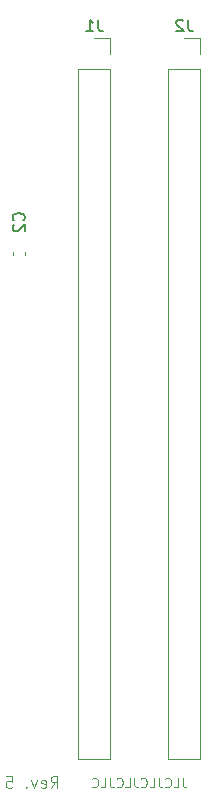
<source format=gbr>
G04 #@! TF.GenerationSoftware,KiCad,Pcbnew,8.0.4+dfsg-1*
G04 #@! TF.CreationDate,2025-02-23T14:22:41+09:00*
G04 #@! TF.ProjectId,bionic-mc6800,62696f6e-6963-42d6-9d63-363830302e6b,5*
G04 #@! TF.SameCoordinates,Original*
G04 #@! TF.FileFunction,Legend,Bot*
G04 #@! TF.FilePolarity,Positive*
%FSLAX46Y46*%
G04 Gerber Fmt 4.6, Leading zero omitted, Abs format (unit mm)*
G04 Created by KiCad (PCBNEW 8.0.4+dfsg-1) date 2025-02-23 14:22:41*
%MOMM*%
%LPD*%
G01*
G04 APERTURE LIST*
%ADD10C,0.125000*%
%ADD11C,0.100000*%
%ADD12C,0.150000*%
%ADD13C,0.120000*%
G04 APERTURE END LIST*
D10*
X106204240Y-137258119D02*
X106537573Y-136781928D01*
X106775668Y-137258119D02*
X106775668Y-136258119D01*
X106775668Y-136258119D02*
X106394716Y-136258119D01*
X106394716Y-136258119D02*
X106299478Y-136305738D01*
X106299478Y-136305738D02*
X106251859Y-136353357D01*
X106251859Y-136353357D02*
X106204240Y-136448595D01*
X106204240Y-136448595D02*
X106204240Y-136591452D01*
X106204240Y-136591452D02*
X106251859Y-136686690D01*
X106251859Y-136686690D02*
X106299478Y-136734309D01*
X106299478Y-136734309D02*
X106394716Y-136781928D01*
X106394716Y-136781928D02*
X106775668Y-136781928D01*
X105394716Y-137210500D02*
X105489954Y-137258119D01*
X105489954Y-137258119D02*
X105680430Y-137258119D01*
X105680430Y-137258119D02*
X105775668Y-137210500D01*
X105775668Y-137210500D02*
X105823287Y-137115261D01*
X105823287Y-137115261D02*
X105823287Y-136734309D01*
X105823287Y-136734309D02*
X105775668Y-136639071D01*
X105775668Y-136639071D02*
X105680430Y-136591452D01*
X105680430Y-136591452D02*
X105489954Y-136591452D01*
X105489954Y-136591452D02*
X105394716Y-136639071D01*
X105394716Y-136639071D02*
X105347097Y-136734309D01*
X105347097Y-136734309D02*
X105347097Y-136829547D01*
X105347097Y-136829547D02*
X105823287Y-136924785D01*
X105013763Y-136591452D02*
X104775668Y-137258119D01*
X104775668Y-137258119D02*
X104537573Y-136591452D01*
X104156620Y-137162880D02*
X104109001Y-137210500D01*
X104109001Y-137210500D02*
X104156620Y-137258119D01*
X104156620Y-137258119D02*
X104204239Y-137210500D01*
X104204239Y-137210500D02*
X104156620Y-137162880D01*
X104156620Y-137162880D02*
X104156620Y-137258119D01*
X102442335Y-136258119D02*
X102918525Y-136258119D01*
X102918525Y-136258119D02*
X102966144Y-136734309D01*
X102966144Y-136734309D02*
X102918525Y-136686690D01*
X102918525Y-136686690D02*
X102823287Y-136639071D01*
X102823287Y-136639071D02*
X102585192Y-136639071D01*
X102585192Y-136639071D02*
X102489954Y-136686690D01*
X102489954Y-136686690D02*
X102442335Y-136734309D01*
X102442335Y-136734309D02*
X102394716Y-136829547D01*
X102394716Y-136829547D02*
X102394716Y-137067642D01*
X102394716Y-137067642D02*
X102442335Y-137162880D01*
X102442335Y-137162880D02*
X102489954Y-137210500D01*
X102489954Y-137210500D02*
X102585192Y-137258119D01*
X102585192Y-137258119D02*
X102823287Y-137258119D01*
X102823287Y-137258119D02*
X102918525Y-137210500D01*
X102918525Y-137210500D02*
X102966144Y-137162880D01*
D11*
X117395238Y-136406895D02*
X117395238Y-136978323D01*
X117395238Y-136978323D02*
X117433333Y-137092609D01*
X117433333Y-137092609D02*
X117509524Y-137168800D01*
X117509524Y-137168800D02*
X117623809Y-137206895D01*
X117623809Y-137206895D02*
X117700000Y-137206895D01*
X116633333Y-137206895D02*
X117014285Y-137206895D01*
X117014285Y-137206895D02*
X117014285Y-136406895D01*
X115909523Y-137130704D02*
X115947619Y-137168800D01*
X115947619Y-137168800D02*
X116061904Y-137206895D01*
X116061904Y-137206895D02*
X116138095Y-137206895D01*
X116138095Y-137206895D02*
X116252381Y-137168800D01*
X116252381Y-137168800D02*
X116328571Y-137092609D01*
X116328571Y-137092609D02*
X116366666Y-137016419D01*
X116366666Y-137016419D02*
X116404762Y-136864038D01*
X116404762Y-136864038D02*
X116404762Y-136749752D01*
X116404762Y-136749752D02*
X116366666Y-136597371D01*
X116366666Y-136597371D02*
X116328571Y-136521180D01*
X116328571Y-136521180D02*
X116252381Y-136444990D01*
X116252381Y-136444990D02*
X116138095Y-136406895D01*
X116138095Y-136406895D02*
X116061904Y-136406895D01*
X116061904Y-136406895D02*
X115947619Y-136444990D01*
X115947619Y-136444990D02*
X115909523Y-136483085D01*
X115338095Y-136406895D02*
X115338095Y-136978323D01*
X115338095Y-136978323D02*
X115376190Y-137092609D01*
X115376190Y-137092609D02*
X115452381Y-137168800D01*
X115452381Y-137168800D02*
X115566666Y-137206895D01*
X115566666Y-137206895D02*
X115642857Y-137206895D01*
X114576190Y-137206895D02*
X114957142Y-137206895D01*
X114957142Y-137206895D02*
X114957142Y-136406895D01*
X113852380Y-137130704D02*
X113890476Y-137168800D01*
X113890476Y-137168800D02*
X114004761Y-137206895D01*
X114004761Y-137206895D02*
X114080952Y-137206895D01*
X114080952Y-137206895D02*
X114195238Y-137168800D01*
X114195238Y-137168800D02*
X114271428Y-137092609D01*
X114271428Y-137092609D02*
X114309523Y-137016419D01*
X114309523Y-137016419D02*
X114347619Y-136864038D01*
X114347619Y-136864038D02*
X114347619Y-136749752D01*
X114347619Y-136749752D02*
X114309523Y-136597371D01*
X114309523Y-136597371D02*
X114271428Y-136521180D01*
X114271428Y-136521180D02*
X114195238Y-136444990D01*
X114195238Y-136444990D02*
X114080952Y-136406895D01*
X114080952Y-136406895D02*
X114004761Y-136406895D01*
X114004761Y-136406895D02*
X113890476Y-136444990D01*
X113890476Y-136444990D02*
X113852380Y-136483085D01*
X113280952Y-136406895D02*
X113280952Y-136978323D01*
X113280952Y-136978323D02*
X113319047Y-137092609D01*
X113319047Y-137092609D02*
X113395238Y-137168800D01*
X113395238Y-137168800D02*
X113509523Y-137206895D01*
X113509523Y-137206895D02*
X113585714Y-137206895D01*
X112519047Y-137206895D02*
X112899999Y-137206895D01*
X112899999Y-137206895D02*
X112899999Y-136406895D01*
X111795237Y-137130704D02*
X111833333Y-137168800D01*
X111833333Y-137168800D02*
X111947618Y-137206895D01*
X111947618Y-137206895D02*
X112023809Y-137206895D01*
X112023809Y-137206895D02*
X112138095Y-137168800D01*
X112138095Y-137168800D02*
X112214285Y-137092609D01*
X112214285Y-137092609D02*
X112252380Y-137016419D01*
X112252380Y-137016419D02*
X112290476Y-136864038D01*
X112290476Y-136864038D02*
X112290476Y-136749752D01*
X112290476Y-136749752D02*
X112252380Y-136597371D01*
X112252380Y-136597371D02*
X112214285Y-136521180D01*
X112214285Y-136521180D02*
X112138095Y-136444990D01*
X112138095Y-136444990D02*
X112023809Y-136406895D01*
X112023809Y-136406895D02*
X111947618Y-136406895D01*
X111947618Y-136406895D02*
X111833333Y-136444990D01*
X111833333Y-136444990D02*
X111795237Y-136483085D01*
X111223809Y-136406895D02*
X111223809Y-136978323D01*
X111223809Y-136978323D02*
X111261904Y-137092609D01*
X111261904Y-137092609D02*
X111338095Y-137168800D01*
X111338095Y-137168800D02*
X111452380Y-137206895D01*
X111452380Y-137206895D02*
X111528571Y-137206895D01*
X110461904Y-137206895D02*
X110842856Y-137206895D01*
X110842856Y-137206895D02*
X110842856Y-136406895D01*
X109738094Y-137130704D02*
X109776190Y-137168800D01*
X109776190Y-137168800D02*
X109890475Y-137206895D01*
X109890475Y-137206895D02*
X109966666Y-137206895D01*
X109966666Y-137206895D02*
X110080952Y-137168800D01*
X110080952Y-137168800D02*
X110157142Y-137092609D01*
X110157142Y-137092609D02*
X110195237Y-137016419D01*
X110195237Y-137016419D02*
X110233333Y-136864038D01*
X110233333Y-136864038D02*
X110233333Y-136749752D01*
X110233333Y-136749752D02*
X110195237Y-136597371D01*
X110195237Y-136597371D02*
X110157142Y-136521180D01*
X110157142Y-136521180D02*
X110080952Y-136444990D01*
X110080952Y-136444990D02*
X109966666Y-136406895D01*
X109966666Y-136406895D02*
X109890475Y-136406895D01*
X109890475Y-136406895D02*
X109776190Y-136444990D01*
X109776190Y-136444990D02*
X109738094Y-136483085D01*
D12*
X117843333Y-72204819D02*
X117843333Y-72919104D01*
X117843333Y-72919104D02*
X117890952Y-73061961D01*
X117890952Y-73061961D02*
X117986190Y-73157200D01*
X117986190Y-73157200D02*
X118129047Y-73204819D01*
X118129047Y-73204819D02*
X118224285Y-73204819D01*
X117414761Y-72300057D02*
X117367142Y-72252438D01*
X117367142Y-72252438D02*
X117271904Y-72204819D01*
X117271904Y-72204819D02*
X117033809Y-72204819D01*
X117033809Y-72204819D02*
X116938571Y-72252438D01*
X116938571Y-72252438D02*
X116890952Y-72300057D01*
X116890952Y-72300057D02*
X116843333Y-72395295D01*
X116843333Y-72395295D02*
X116843333Y-72490533D01*
X116843333Y-72490533D02*
X116890952Y-72633390D01*
X116890952Y-72633390D02*
X117462380Y-73204819D01*
X117462380Y-73204819D02*
X116843333Y-73204819D01*
X110223333Y-72204819D02*
X110223333Y-72919104D01*
X110223333Y-72919104D02*
X110270952Y-73061961D01*
X110270952Y-73061961D02*
X110366190Y-73157200D01*
X110366190Y-73157200D02*
X110509047Y-73204819D01*
X110509047Y-73204819D02*
X110604285Y-73204819D01*
X109223333Y-73204819D02*
X109794761Y-73204819D01*
X109509047Y-73204819D02*
X109509047Y-72204819D01*
X109509047Y-72204819D02*
X109604285Y-72347676D01*
X109604285Y-72347676D02*
X109699523Y-72442914D01*
X109699523Y-72442914D02*
X109794761Y-72490533D01*
X103899580Y-89188133D02*
X103947200Y-89140514D01*
X103947200Y-89140514D02*
X103994819Y-88997657D01*
X103994819Y-88997657D02*
X103994819Y-88902419D01*
X103994819Y-88902419D02*
X103947200Y-88759562D01*
X103947200Y-88759562D02*
X103851961Y-88664324D01*
X103851961Y-88664324D02*
X103756723Y-88616705D01*
X103756723Y-88616705D02*
X103566247Y-88569086D01*
X103566247Y-88569086D02*
X103423390Y-88569086D01*
X103423390Y-88569086D02*
X103232914Y-88616705D01*
X103232914Y-88616705D02*
X103137676Y-88664324D01*
X103137676Y-88664324D02*
X103042438Y-88759562D01*
X103042438Y-88759562D02*
X102994819Y-88902419D01*
X102994819Y-88902419D02*
X102994819Y-88997657D01*
X102994819Y-88997657D02*
X103042438Y-89140514D01*
X103042438Y-89140514D02*
X103090057Y-89188133D01*
X103090057Y-89569086D02*
X103042438Y-89616705D01*
X103042438Y-89616705D02*
X102994819Y-89711943D01*
X102994819Y-89711943D02*
X102994819Y-89950038D01*
X102994819Y-89950038D02*
X103042438Y-90045276D01*
X103042438Y-90045276D02*
X103090057Y-90092895D01*
X103090057Y-90092895D02*
X103185295Y-90140514D01*
X103185295Y-90140514D02*
X103280533Y-90140514D01*
X103280533Y-90140514D02*
X103423390Y-90092895D01*
X103423390Y-90092895D02*
X103994819Y-89521467D01*
X103994819Y-89521467D02*
X103994819Y-90140514D01*
D13*
X117510000Y-73750000D02*
X118840000Y-73750000D01*
X118840000Y-73750000D02*
X118840000Y-75080000D01*
X118840000Y-134830000D02*
X118840000Y-76350000D01*
X116180000Y-76350000D02*
X118840000Y-76350000D01*
X116180000Y-134830000D02*
X118840000Y-134830000D01*
X116180000Y-134830000D02*
X116180000Y-76350000D01*
X109890000Y-73750000D02*
X111220000Y-73750000D01*
X111220000Y-73750000D02*
X111220000Y-75080000D01*
X111220000Y-134830000D02*
X111220000Y-76350000D01*
X108560000Y-76350000D02*
X111220000Y-76350000D01*
X108560000Y-134830000D02*
X111220000Y-134830000D01*
X108560000Y-134830000D02*
X108560000Y-76350000D01*
X103030000Y-91849033D02*
X103030000Y-92141567D01*
X104050000Y-91849033D02*
X104050000Y-92141567D01*
M02*

</source>
